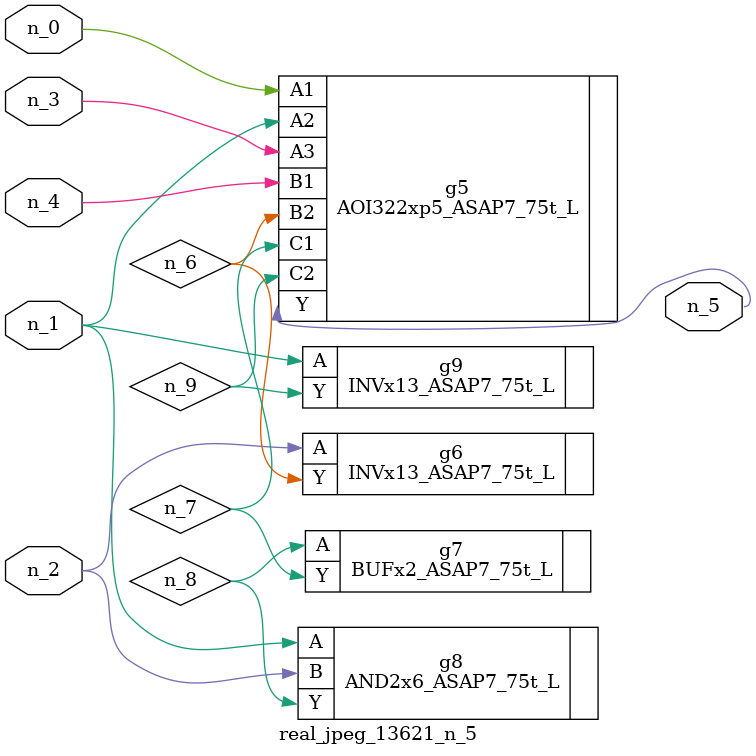
<source format=v>
module real_jpeg_13621_n_5 (n_4, n_0, n_1, n_2, n_3, n_5);

input n_4;
input n_0;
input n_1;
input n_2;
input n_3;

output n_5;

wire n_8;
wire n_6;
wire n_7;
wire n_9;

AOI322xp5_ASAP7_75t_L g5 ( 
.A1(n_0),
.A2(n_1),
.A3(n_3),
.B1(n_4),
.B2(n_6),
.C1(n_7),
.C2(n_9),
.Y(n_5)
);

AND2x6_ASAP7_75t_L g8 ( 
.A(n_1),
.B(n_2),
.Y(n_8)
);

INVx13_ASAP7_75t_L g9 ( 
.A(n_1),
.Y(n_9)
);

INVx13_ASAP7_75t_L g6 ( 
.A(n_2),
.Y(n_6)
);

BUFx2_ASAP7_75t_L g7 ( 
.A(n_8),
.Y(n_7)
);


endmodule
</source>
